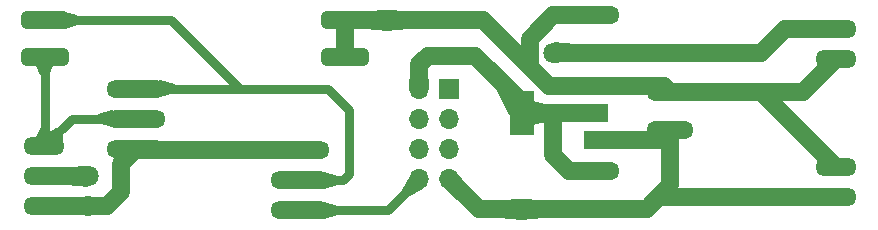
<source format=gbr>
%TF.GenerationSoftware,KiCad,Pcbnew,7.0.10*%
%TF.CreationDate,2024-01-19T08:39:29+01:00*%
%TF.ProjectId,Switch_PCB_ESP01,53776974-6368-45f5-9043-425f45535030,rev?*%
%TF.SameCoordinates,Original*%
%TF.FileFunction,Copper,L1,Top*%
%TF.FilePolarity,Positive*%
%FSLAX46Y46*%
G04 Gerber Fmt 4.6, Leading zero omitted, Abs format (unit mm)*
G04 Created by KiCad (PCBNEW 7.0.10) date 2024-01-19 08:39:29*
%MOMM*%
%LPD*%
G01*
G04 APERTURE LIST*
G04 Aperture macros list*
%AMRoundRect*
0 Rectangle with rounded corners*
0 $1 Rounding radius*
0 $2 $3 $4 $5 $6 $7 $8 $9 X,Y pos of 4 corners*
0 Add a 4 corners polygon primitive as box body*
4,1,4,$2,$3,$4,$5,$6,$7,$8,$9,$2,$3,0*
0 Add four circle primitives for the rounded corners*
1,1,$1+$1,$2,$3*
1,1,$1+$1,$4,$5*
1,1,$1+$1,$6,$7*
1,1,$1+$1,$8,$9*
0 Add four rect primitives between the rounded corners*
20,1,$1+$1,$2,$3,$4,$5,0*
20,1,$1+$1,$4,$5,$6,$7,0*
20,1,$1+$1,$6,$7,$8,$9,0*
20,1,$1+$1,$8,$9,$2,$3,0*%
G04 Aperture macros list end*
%TA.AperFunction,SMDPad,CuDef*%
%ADD10O,3.500000X1.500000*%
%TD*%
%TA.AperFunction,SMDPad,CuDef*%
%ADD11R,2.000000X1.500000*%
%TD*%
%TA.AperFunction,SMDPad,CuDef*%
%ADD12R,2.000000X3.800000*%
%TD*%
%TA.AperFunction,SMDPad,CuDef*%
%ADD13O,4.000000X1.500000*%
%TD*%
%TA.AperFunction,SMDPad,CuDef*%
%ADD14O,5.000000X1.500000*%
%TD*%
%TA.AperFunction,SMDPad,CuDef*%
%ADD15RoundRect,0.375000X-1.625000X-0.375000X1.625000X-0.375000X1.625000X0.375000X-1.625000X0.375000X0*%
%TD*%
%TA.AperFunction,ComponentPad*%
%ADD16R,1.700000X1.700000*%
%TD*%
%TA.AperFunction,ComponentPad*%
%ADD17O,1.700000X1.700000*%
%TD*%
%TA.AperFunction,ViaPad*%
%ADD18C,1.800000*%
%TD*%
%TA.AperFunction,Conductor*%
%ADD19C,1.500000*%
%TD*%
%TA.AperFunction,Conductor*%
%ADD20C,0.800000*%
%TD*%
G04 APERTURE END LIST*
D10*
%TO.P,J3,1,Pin_1*%
%TO.N,GND*%
X176911000Y-80518000D03*
%TO.P,J3,2,Pin_2*%
%TO.N,Vin*%
X176911000Y-83058000D03*
%TD*%
D11*
%TO.P,U1,1,GND*%
%TO.N,GND*%
X156566000Y-89930000D03*
D12*
%TO.P,U1,2,VO*%
%TO.N,3.3V*%
X150266000Y-87630000D03*
D11*
X156566000Y-87630000D03*
%TO.P,U1,3,VI*%
%TO.N,Vin*%
X156566000Y-85330000D03*
%TD*%
D10*
%TO.P,J2,1,Pin_1*%
%TO.N,GND*%
X109873600Y-95504000D03*
%TO.P,J2,2,Pin_2*%
%TO.N,Vin*%
X109873600Y-92964000D03*
%TO.P,J2,3,Pin_3*%
%TO.N,/ServoControl*%
X109873600Y-90424000D03*
%TD*%
D13*
%TO.P,C2,1*%
%TO.N,3.3V*%
X156548800Y-92557600D03*
%TO.P,C2,2*%
%TO.N,GND*%
X156548800Y-95732600D03*
%TD*%
D14*
%TO.P,Q2,1,S*%
%TO.N,GND*%
X117652800Y-90627200D03*
%TO.P,Q2,2,D*%
%TO.N,/ServoControl*%
X117652800Y-88087200D03*
%TO.P,Q2,3,G*%
%TO.N,/LevelConverter_0*%
X117652800Y-85547200D03*
%TD*%
D15*
%TO.P,R2,1*%
%TO.N,Vin*%
X135280400Y-82905600D03*
%TO.P,R2,2*%
%TO.N,/ServoControl*%
X109880400Y-82905600D03*
%TD*%
D13*
%TO.P,C3,1*%
%TO.N,Vin*%
X156548800Y-79349600D03*
%TO.P,C3,2*%
%TO.N,GND*%
X156548800Y-82524600D03*
%TD*%
%TO.P,C1,1*%
%TO.N,Vin*%
X162848000Y-85852000D03*
%TO.P,C1,2*%
%TO.N,GND*%
X162848000Y-89027000D03*
%TD*%
D15*
%TO.P,R1,1*%
%TO.N,Vin*%
X135280400Y-79756000D03*
%TO.P,R1,2*%
%TO.N,/LevelConverter_0*%
X109880400Y-79756000D03*
%TD*%
D14*
%TO.P,Q1,1,S*%
%TO.N,GND*%
X131470400Y-90779600D03*
%TO.P,Q1,2,D*%
%TO.N,/LevelConverter_0*%
X131470400Y-93319600D03*
%TO.P,Q1,3,G*%
%TO.N,D4-Servo*%
X131470400Y-95859600D03*
%TD*%
D10*
%TO.P,J4,1,Pin_1*%
%TO.N,Vin*%
X176911000Y-92202000D03*
%TO.P,J4,2,Pin_2*%
%TO.N,GND*%
X176911000Y-94742000D03*
%TD*%
D16*
%TO.P,J1,1,Pin_1*%
%TO.N,unconnected-(J1-Pad1)*%
X144124600Y-85608000D03*
D17*
%TO.P,J1,2,Pin_2*%
%TO.N,3.3V*%
X141584600Y-85608000D03*
%TO.P,J1,3,Pin_3*%
%TO.N,unconnected-(J1-Pad3)*%
X144124600Y-88148000D03*
%TO.P,J1,4,Pin_4*%
%TO.N,unconnected-(J1-Pad4)*%
X141584600Y-88148000D03*
%TO.P,J1,5,Pin_5*%
%TO.N,unconnected-(J1-Pad5)*%
X144124600Y-90688000D03*
%TO.P,J1,6,Pin_6*%
%TO.N,unconnected-(J1-Pad6)*%
X141584600Y-90688000D03*
%TO.P,J1,7,Pin_7*%
%TO.N,GND*%
X144124600Y-93228000D03*
%TO.P,J1,8,Pin_8*%
%TO.N,D4-Servo*%
X141584600Y-93228000D03*
%TD*%
D18*
%TO.N,Vin*%
X138887200Y-79756000D03*
X113588800Y-92964000D03*
%TO.N,GND*%
X113588800Y-95504000D03*
X153009600Y-82499200D03*
X150266400Y-95758000D03*
%TD*%
D19*
%TO.N,Vin*%
X152603200Y-85344000D02*
X152617200Y-85330000D01*
X174117000Y-85852000D02*
X176911000Y-83058000D01*
X152958800Y-79349600D02*
X150959600Y-81348800D01*
X138887200Y-79756000D02*
X147035600Y-79756000D01*
X176911000Y-92202000D02*
X170561000Y-85852000D01*
X135280400Y-79756000D02*
X135280400Y-82905600D01*
X156566000Y-85330000D02*
X162326000Y-85330000D01*
X150959600Y-81348800D02*
X150959600Y-83680000D01*
X138887200Y-79756000D02*
X135280400Y-79756000D01*
X162326000Y-85330000D02*
X162848000Y-85852000D01*
X152603200Y-85323600D02*
X152603200Y-85344000D01*
X150959600Y-83680000D02*
X152603200Y-85323600D01*
X156548800Y-79349600D02*
X152958800Y-79349600D01*
X152617200Y-85330000D02*
X156566000Y-85330000D01*
X162848000Y-85852000D02*
X174117000Y-85852000D01*
X113588800Y-92964000D02*
X109873600Y-92964000D01*
X170561000Y-85852000D02*
X162848000Y-85852000D01*
X147035600Y-79756000D02*
X150959600Y-83680000D01*
%TO.N,GND*%
X170561000Y-82524600D02*
X172567600Y-80518000D01*
X131470400Y-90779600D02*
X117500400Y-90779600D01*
X116382800Y-94284800D02*
X116382800Y-91897200D01*
X161848800Y-94742000D02*
X176911000Y-94742000D01*
X153009600Y-82499200D02*
X156523400Y-82499200D01*
X150266400Y-95758000D02*
X146654600Y-95758000D01*
X109873600Y-95504000D02*
X115163600Y-95504000D01*
X146654600Y-95758000D02*
X144124600Y-93228000D01*
X117500400Y-90779600D02*
X116382800Y-91897200D01*
X172567600Y-80518000D02*
X176911000Y-80518000D01*
X160858200Y-95732600D02*
X162848000Y-93742800D01*
X156566000Y-89930000D02*
X161945000Y-89930000D01*
X160858200Y-95732600D02*
X161848800Y-94742000D01*
X150368000Y-95758000D02*
X156498000Y-95758000D01*
X115163600Y-95504000D02*
X116382800Y-94284800D01*
X156523400Y-82499200D02*
X156548800Y-82524600D01*
X117627400Y-90652600D02*
X117652800Y-90627200D01*
X161945000Y-89930000D02*
X162848000Y-89027000D01*
X162848000Y-93742800D02*
X162848000Y-89027000D01*
X150368000Y-95758000D02*
X150266400Y-95758000D01*
X160858200Y-95732600D02*
X156548800Y-95732600D01*
X116382800Y-91897200D02*
X117627400Y-90652600D01*
X156548800Y-82524600D02*
X170561000Y-82524600D01*
D20*
%TO.N,D4-Servo*%
X131470400Y-95859600D02*
X138953000Y-95859600D01*
X138953000Y-95859600D02*
X141584600Y-93228000D01*
%TO.N,/ServoControl*%
X112210400Y-88087200D02*
X109873600Y-90424000D01*
X109880400Y-82905600D02*
X109880400Y-90417200D01*
X109880400Y-90417200D02*
X109873600Y-90424000D01*
X117652800Y-88087200D02*
X112210400Y-88087200D01*
D19*
%TO.N,3.3V*%
X156566000Y-87630000D02*
X150266000Y-87630000D01*
X150266000Y-86664400D02*
X146354800Y-82753200D01*
X152908000Y-91186000D02*
X154279600Y-92557600D01*
X146354800Y-82753200D02*
X142341600Y-82753200D01*
X150266000Y-87630000D02*
X152298400Y-87630000D01*
X152298400Y-87630000D02*
X152908000Y-88239600D01*
X154279600Y-92557600D02*
X156548800Y-92557600D01*
X141584600Y-83510200D02*
X141584600Y-85608000D01*
X152908000Y-88239600D02*
X152908000Y-91186000D01*
X142341600Y-82753200D02*
X141584600Y-83510200D01*
X150266000Y-87630000D02*
X150266000Y-86664400D01*
D20*
%TO.N,/LevelConverter_0*%
X135128000Y-93319600D02*
X135636000Y-92811600D01*
X135636000Y-92811600D02*
X135636000Y-87325200D01*
X127508000Y-85547200D02*
X117652800Y-85547200D01*
X109880400Y-79756000D02*
X120599200Y-79756000D01*
X131470400Y-93319600D02*
X135128000Y-93319600D01*
X120599200Y-79756000D02*
X126390400Y-85547200D01*
X133858000Y-85547200D02*
X127508000Y-85547200D01*
X135636000Y-87325200D02*
X133858000Y-85547200D01*
X126390400Y-85547200D02*
X127508000Y-85547200D01*
%TD*%
%TA.AperFunction,Conductor*%
%TO.N,Vin*%
G36*
X138899838Y-78857053D02*
G01*
X140676472Y-79005106D01*
X140684432Y-79009208D01*
X140687200Y-79016766D01*
X140687200Y-80495234D01*
X140683773Y-80503507D01*
X140676472Y-80506894D01*
X138899857Y-80654945D01*
X138891327Y-80652217D01*
X138887225Y-80644257D01*
X138887185Y-80643319D01*
X138886200Y-79756000D01*
X138887185Y-78868698D01*
X138890621Y-78860432D01*
X138898898Y-78857014D01*
X138899838Y-78857053D01*
G37*
%TD.AperFunction*%
%TD*%
%TA.AperFunction,Conductor*%
%TO.N,Vin*%
G36*
X138883072Y-78859782D02*
G01*
X138887174Y-78867742D01*
X138887214Y-78868701D01*
X138888200Y-79756000D01*
X138888200Y-79756026D01*
X138887214Y-80643298D01*
X138883778Y-80651567D01*
X138875501Y-80654985D01*
X138874542Y-80654945D01*
X137097928Y-80506894D01*
X137089968Y-80502792D01*
X137087200Y-80495234D01*
X137087200Y-79016766D01*
X137090627Y-79008493D01*
X137097928Y-79005106D01*
X138874544Y-78857054D01*
X138883072Y-78859782D01*
G37*
%TD.AperFunction*%
%TD*%
%TA.AperFunction,Conductor*%
%TO.N,Vin*%
G36*
X113584672Y-92067782D02*
G01*
X113588774Y-92075742D01*
X113588814Y-92076701D01*
X113589800Y-92964000D01*
X113589800Y-92964026D01*
X113588814Y-93851298D01*
X113585378Y-93859567D01*
X113577101Y-93862985D01*
X113576142Y-93862945D01*
X111799528Y-93714894D01*
X111791568Y-93710792D01*
X111788800Y-93703234D01*
X111788800Y-92224766D01*
X111792227Y-92216493D01*
X111799528Y-92213106D01*
X113576144Y-92065054D01*
X113584672Y-92067782D01*
G37*
%TD.AperFunction*%
%TD*%
%TA.AperFunction,Conductor*%
%TO.N,GND*%
G36*
X153022238Y-81600253D02*
G01*
X154798872Y-81748306D01*
X154806832Y-81752408D01*
X154809600Y-81759966D01*
X154809600Y-83238434D01*
X154806173Y-83246707D01*
X154798872Y-83250094D01*
X153022257Y-83398145D01*
X153013727Y-83395417D01*
X153009625Y-83387457D01*
X153009585Y-83386519D01*
X153008600Y-82499200D01*
X153009585Y-81611898D01*
X153013021Y-81603632D01*
X153021298Y-81600214D01*
X153022238Y-81600253D01*
G37*
%TD.AperFunction*%
%TD*%
%TA.AperFunction,Conductor*%
%TO.N,GND*%
G36*
X150262272Y-94861782D02*
G01*
X150266374Y-94869742D01*
X150266414Y-94870701D01*
X150267400Y-95758000D01*
X150267400Y-95758026D01*
X150266414Y-96645298D01*
X150262978Y-96653567D01*
X150254701Y-96656985D01*
X150253742Y-96656945D01*
X148477128Y-96508894D01*
X148469168Y-96504792D01*
X148466400Y-96497234D01*
X148466400Y-95018766D01*
X148469827Y-95010493D01*
X148477128Y-95007106D01*
X150253744Y-94859054D01*
X150262272Y-94861782D01*
G37*
%TD.AperFunction*%
%TD*%
%TA.AperFunction,Conductor*%
%TO.N,GND*%
G36*
X144733413Y-92635732D02*
G01*
X144733871Y-92636217D01*
X145849682Y-93891506D01*
X145852617Y-93899965D01*
X145849210Y-93907551D01*
X144804151Y-94952610D01*
X144795878Y-94956037D01*
X144788106Y-94953082D01*
X143532821Y-93837274D01*
X143528915Y-93829217D01*
X143531850Y-93820757D01*
X143532312Y-93820267D01*
X144123873Y-93227313D01*
X144123893Y-93227293D01*
X144716867Y-92635712D01*
X144725144Y-92632295D01*
X144733413Y-92635732D01*
G37*
%TD.AperFunction*%
%TD*%
%TA.AperFunction,Conductor*%
%TO.N,GND*%
G36*
X150279038Y-94859053D02*
G01*
X152055672Y-95007106D01*
X152063632Y-95011208D01*
X152066400Y-95018766D01*
X152066400Y-96497234D01*
X152062973Y-96505507D01*
X152055672Y-96508894D01*
X150279057Y-96656945D01*
X150270527Y-96654217D01*
X150266425Y-96646257D01*
X150266385Y-96645319D01*
X150265400Y-95758000D01*
X150266385Y-94870698D01*
X150269821Y-94862432D01*
X150278098Y-94859014D01*
X150279038Y-94859053D01*
G37*
%TD.AperFunction*%
%TD*%
%TA.AperFunction,Conductor*%
%TO.N,D4-Servo*%
G36*
X134711447Y-95457438D02*
G01*
X134718684Y-95462710D01*
X134720400Y-95468810D01*
X134720400Y-96250389D01*
X134716973Y-96258662D01*
X134711446Y-96261762D01*
X133510711Y-96551713D01*
X133504199Y-96551417D01*
X131501980Y-95870677D01*
X131495250Y-95864770D01*
X131494669Y-95855834D01*
X131500576Y-95849104D01*
X131501980Y-95848523D01*
X133504201Y-95167781D01*
X133510709Y-95167486D01*
X134711447Y-95457438D01*
G37*
%TD.AperFunction*%
%TD*%
%TA.AperFunction,Conductor*%
%TO.N,D4-Servo*%
G36*
X140808884Y-92906675D02*
G01*
X141580815Y-93225438D01*
X141587152Y-93231761D01*
X141587162Y-93231785D01*
X141905923Y-94003714D01*
X141905914Y-94012669D01*
X141900842Y-94018379D01*
X140673093Y-94708576D01*
X140664202Y-94709643D01*
X140659087Y-94706650D01*
X140105949Y-94153512D01*
X140102522Y-94145239D01*
X140104023Y-94139506D01*
X140794222Y-92911755D01*
X140801261Y-92906224D01*
X140808884Y-92906675D01*
G37*
%TD.AperFunction*%
%TD*%
%TA.AperFunction,Conductor*%
%TO.N,/ServoControl*%
G36*
X110877652Y-88867393D02*
G01*
X111433262Y-89423003D01*
X111436689Y-89431276D01*
X111436687Y-89431475D01*
X111428369Y-89921629D01*
X111424803Y-89929842D01*
X111420217Y-89932580D01*
X109883146Y-90421445D01*
X109874224Y-90420687D01*
X109868786Y-90414760D01*
X109566724Y-89683166D01*
X109566734Y-89674211D01*
X109571358Y-89668766D01*
X110863203Y-88865728D01*
X110872038Y-88864272D01*
X110877652Y-88867393D01*
G37*
%TD.AperFunction*%
%TD*%
%TA.AperFunction,Conductor*%
%TO.N,/ServoControl*%
G36*
X110281191Y-88927427D02*
G01*
X110283539Y-88930792D01*
X110623580Y-89666578D01*
X110623940Y-89675525D01*
X110621219Y-89679772D01*
X109881897Y-90416728D01*
X109873618Y-90420142D01*
X109865351Y-90416702D01*
X109865340Y-90416691D01*
X109132777Y-89679816D01*
X109129374Y-89671533D01*
X109130488Y-89666585D01*
X109477237Y-88930713D01*
X109483864Y-88924690D01*
X109487821Y-88924000D01*
X110272918Y-88924000D01*
X110281191Y-88927427D01*
G37*
%TD.AperFunction*%
%TD*%
%TA.AperFunction,Conductor*%
%TO.N,/ServoControl*%
G36*
X109888668Y-82912879D02*
G01*
X109888679Y-82912890D01*
X110624613Y-83649805D01*
X110628034Y-83658081D01*
X110626936Y-83663021D01*
X110283551Y-84398848D01*
X110276947Y-84404896D01*
X110272949Y-84405600D01*
X109487851Y-84405600D01*
X109479578Y-84402173D01*
X109477249Y-84398848D01*
X109133863Y-83663021D01*
X109133469Y-83654075D01*
X109136183Y-83649808D01*
X109872121Y-82912889D01*
X109880392Y-82909458D01*
X109888668Y-82912879D01*
G37*
%TD.AperFunction*%
%TD*%
%TA.AperFunction,Conductor*%
%TO.N,/ServoControl*%
G36*
X115618998Y-87395381D02*
G01*
X116470943Y-87685037D01*
X117621219Y-88076123D01*
X117627949Y-88082030D01*
X117628530Y-88090966D01*
X117622623Y-88097696D01*
X117621219Y-88098277D01*
X115619000Y-88779017D01*
X115612488Y-88779313D01*
X114411754Y-88489362D01*
X114404516Y-88484089D01*
X114402800Y-88477989D01*
X114402800Y-87696410D01*
X114406227Y-87688137D01*
X114411751Y-87685038D01*
X115612490Y-87395086D01*
X115618998Y-87395381D01*
G37*
%TD.AperFunction*%
%TD*%
%TA.AperFunction,Conductor*%
%TO.N,3.3V*%
G36*
X151272418Y-86631604D02*
G01*
X152257139Y-86877784D01*
X152264333Y-86883115D01*
X152266000Y-86889135D01*
X152266000Y-88370864D01*
X152262573Y-88379137D01*
X152257138Y-88382215D01*
X151272422Y-88628394D01*
X151263564Y-88627076D01*
X151261315Y-88625320D01*
X150273285Y-87638277D01*
X150269854Y-87630006D01*
X150273277Y-87621731D01*
X150273285Y-87621723D01*
X151261317Y-86634678D01*
X151269590Y-86631256D01*
X151272418Y-86631604D01*
G37*
%TD.AperFunction*%
%TD*%
%TA.AperFunction,Conductor*%
%TO.N,3.3V*%
G36*
X149162583Y-84501350D02*
G01*
X149163066Y-84501863D01*
X150248629Y-85726717D01*
X150251573Y-85734384D01*
X150266636Y-87621822D01*
X150263275Y-87630122D01*
X150258167Y-87633160D01*
X149275381Y-87915521D01*
X149266483Y-87914512D01*
X149261666Y-87909471D01*
X149123251Y-87630122D01*
X148097892Y-85560749D01*
X148097291Y-85551816D01*
X148100102Y-85547285D01*
X149146038Y-84501349D01*
X149154310Y-84497923D01*
X149162583Y-84501350D01*
G37*
%TD.AperFunction*%
%TD*%
%TA.AperFunction,Conductor*%
%TO.N,3.3V*%
G36*
X151272418Y-86631604D02*
G01*
X152257139Y-86877784D01*
X152264333Y-86883115D01*
X152266000Y-86889135D01*
X152266000Y-88370864D01*
X152262573Y-88379137D01*
X152257138Y-88382215D01*
X151272422Y-88628394D01*
X151263564Y-88627076D01*
X151261315Y-88625320D01*
X150273285Y-87638277D01*
X150269854Y-87630006D01*
X150273277Y-87621731D01*
X150273285Y-87621723D01*
X151261317Y-86634678D01*
X151269590Y-86631256D01*
X151272418Y-86631604D01*
G37*
%TD.AperFunction*%
%TD*%
%TA.AperFunction,Conductor*%
%TO.N,3.3V*%
G36*
X142331841Y-83911427D02*
G01*
X142335248Y-83919013D01*
X142433872Y-85595627D01*
X142430937Y-85604087D01*
X142422879Y-85607994D01*
X142422206Y-85608014D01*
X141584614Y-85608999D01*
X141584586Y-85608999D01*
X140746993Y-85608014D01*
X140738724Y-85604577D01*
X140735307Y-85596300D01*
X140735326Y-85595655D01*
X140833952Y-83919012D01*
X140837859Y-83910955D01*
X140845632Y-83908000D01*
X142323568Y-83908000D01*
X142331841Y-83911427D01*
G37*
%TD.AperFunction*%
%TD*%
%TA.AperFunction,Conductor*%
%TO.N,/LevelConverter_0*%
G36*
X120893847Y-85145038D02*
G01*
X120901084Y-85150310D01*
X120902800Y-85156410D01*
X120902800Y-85937989D01*
X120899373Y-85946262D01*
X120893846Y-85949362D01*
X119693111Y-86239313D01*
X119686599Y-86239017D01*
X117684380Y-85558277D01*
X117677650Y-85552370D01*
X117677069Y-85543434D01*
X117682976Y-85536704D01*
X117684380Y-85536123D01*
X119686601Y-84855381D01*
X119693109Y-84855086D01*
X120893847Y-85145038D01*
G37*
%TD.AperFunction*%
%TD*%
%TA.AperFunction,Conductor*%
%TO.N,/LevelConverter_0*%
G36*
X112622343Y-79353361D02*
G01*
X112629137Y-79359192D01*
X112630400Y-79364479D01*
X112630400Y-80147520D01*
X112626973Y-80155793D01*
X112622342Y-80158639D01*
X111652987Y-80476118D01*
X111644928Y-80475833D01*
X109905972Y-79766834D01*
X109899605Y-79760537D01*
X109899555Y-79751583D01*
X109905852Y-79745216D01*
X109905972Y-79745166D01*
X111644930Y-79036165D01*
X111652985Y-79035881D01*
X112622343Y-79353361D01*
G37*
%TD.AperFunction*%
%TD*%
%TA.AperFunction,Conductor*%
%TO.N,/LevelConverter_0*%
G36*
X134711447Y-92917438D02*
G01*
X134718684Y-92922710D01*
X134720400Y-92928810D01*
X134720400Y-93710389D01*
X134716973Y-93718662D01*
X134711446Y-93721762D01*
X133510711Y-94011713D01*
X133504199Y-94011417D01*
X131501980Y-93330677D01*
X131495250Y-93324770D01*
X131494669Y-93315834D01*
X131500576Y-93309104D01*
X131501980Y-93308523D01*
X133504201Y-92627781D01*
X133510709Y-92627486D01*
X134711447Y-92917438D01*
G37*
%TD.AperFunction*%
%TD*%
M02*

</source>
